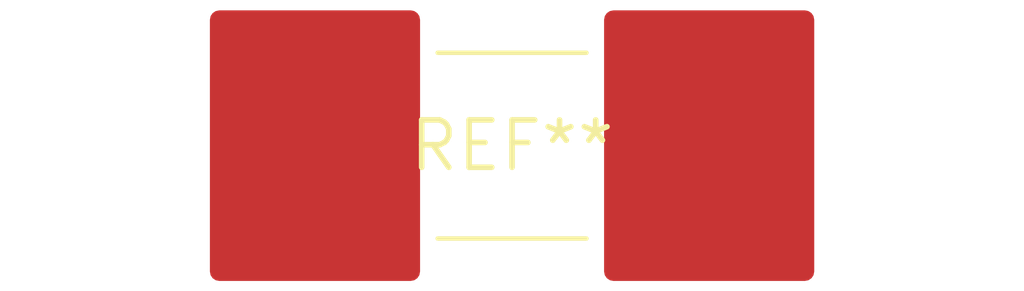
<source format=kicad_pcb>
(kicad_pcb (version 20240108) (generator pcbnew)
  (layers (0 "F.Cu" signal) (31 "B.Cu" signal) (34 "B.Paste" user) (35 "F.Paste" user) (36 "B.SilkS" user "B.Silkscreen") (37 "F.SilkS" user "F.Silkscreen") (38 "B.Mask" user) (39 "F.Mask" user) (44 "Edge.Cuts" user))
  (net 0 "")
  (footprint "Fuse_Littelfuse-NANO2-885" (layer "F.Cu") (at 0 0)
    (property "Reference" "REF**")
    (property "Value" "Fuse_Littelfuse-NANO2-885")
    (fp_line (start -1.99 -2.49) (end 1.99 -2.49) (layer "F.SilkS") (stroke (width 0.12)))
    (fp_line (start -1.99 2.49) (end 1.99 2.49) (layer "F.SilkS") (stroke (width 0.12)))
    (pad "1" smd roundrect (at -5.275 0) (size 5.625 7.255) (layers "F.Cu" "F.Paste" "F.Mask") (roundrect_rratio 0.04464285714))
    (pad "2" smd roundrect (at 5.275 0) (size 5.625 7.255) (layers "F.Cu" "F.Paste" "F.Mask") (roundrect_rratio 0.04464285714))
  )
)
</source>
